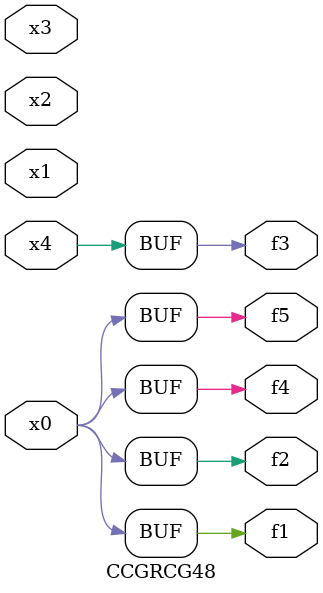
<source format=v>
module CCGRCG48(
	input x0, x1, x2, x3, x4,
	output f1, f2, f3, f4, f5
);
	assign f1 = x0;
	assign f2 = x0;
	assign f3 = x4;
	assign f4 = x0;
	assign f5 = x0;
endmodule

</source>
